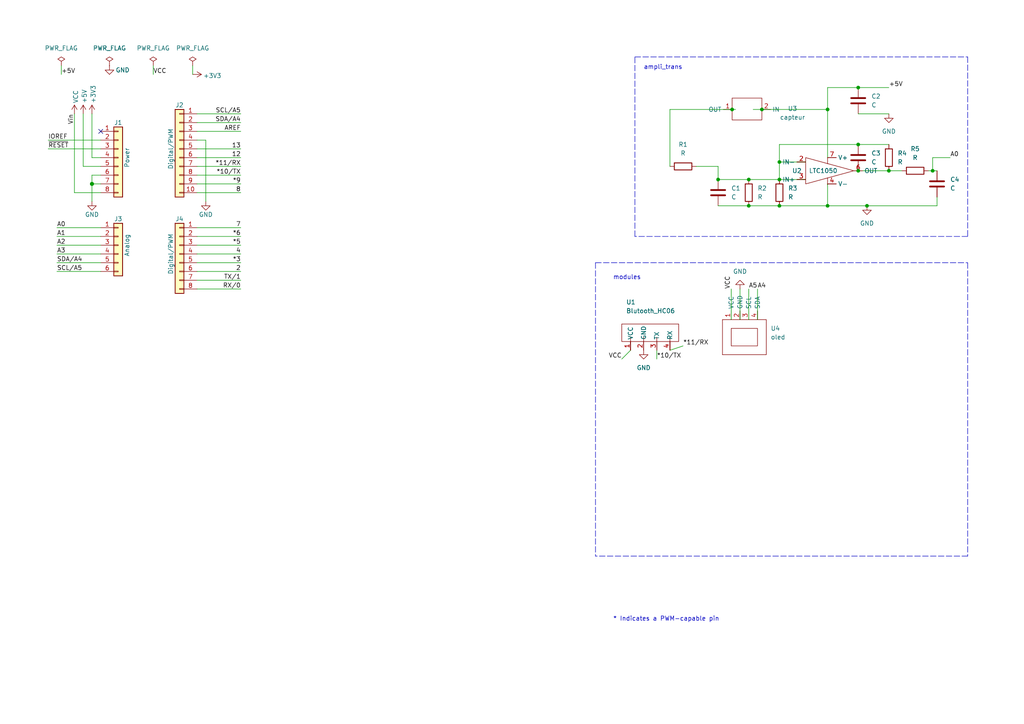
<source format=kicad_sch>
(kicad_sch (version 20211123) (generator eeschema)
  (paper "A4")
  (title_block (date "mar. 31 mars 2015"))
  (lib_symbols
    (symbol "Connector_Generic:Conn_01x06" (pin_names (offset 1.016) hide)
      (property "Reference" "J" (at 0 7.62 0))
      (property "Value" "Conn_01x06" (at 0 -10.16 0))
      (symbol "Conn_01x06_1_1"
        (rectangle (start -1.27 -7.493) (end 0 -7.747) (stroke (width 0.1524)))
        (rectangle (start -1.27 -4.953) (end 0 -5.207) (stroke (width 0.1524)))
        (rectangle (start -1.27 -2.413) (end 0 -2.667) (stroke (width 0.1524)))
        (rectangle (start -1.27 0.127) (end 0 -0.127) (stroke (width 0.1524)))
        (rectangle (start -1.27 2.667) (end 0 2.413) (stroke (width 0.1524)))
        (rectangle (start -1.27 5.207) (end 0 4.953) (stroke (width 0.1524)))
        (rectangle (start -1.27 6.35) (end 1.27 -8.89) (stroke (width 0.254)) (fill (type background)))
        (pin passive line (at -5.08 5.08 0) (length 3.81) (name "Pin_1") (number "1"))
        (pin passive line (at -5.08 2.54 0) (length 3.81) (name "Pin_2") (number "2"))
        (pin passive line (at -5.08 0 0) (length 3.81) (name "Pin_3") (number "3"))
        (pin passive line (at -5.08 -2.54 0) (length 3.81) (name "Pin_4") (number "4"))
        (pin passive line (at -5.08 -5.08 0) (length 3.81) (name "Pin_5") (number "5"))
        (pin passive line (at -5.08 -7.62 0) (length 3.81) (name "Pin_6") (number "6"))
      )
    )
    (symbol "Connector_Generic:Conn_01x08" (pin_names (offset 1.016) hide)
      (property "Reference" "J" (at 0 10.16 0))
      (property "Value" "Conn_01x08" (at 0 -12.7 0))
      (symbol "Conn_01x08_1_1"
        (rectangle (start -1.27 -10.033) (end 0 -10.287) (stroke (width 0.1524)))
        (rectangle (start -1.27 -7.493) (end 0 -7.747) (stroke (width 0.1524)))
        (rectangle (start -1.27 -4.953) (end 0 -5.207) (stroke (width 0.1524)))
        (rectangle (start -1.27 -2.413) (end 0 -2.667) (stroke (width 0.1524)))
        (rectangle (start -1.27 0.127) (end 0 -0.127) (stroke (width 0.1524)))
        (rectangle (start -1.27 2.667) (end 0 2.413) (stroke (width 0.1524)))
        (rectangle (start -1.27 5.207) (end 0 4.953) (stroke (width 0.1524)))
        (rectangle (start -1.27 7.747) (end 0 7.493) (stroke (width 0.1524)))
        (rectangle (start -1.27 8.89) (end 1.27 -11.43) (stroke (width 0.254)) (fill (type background)))
        (pin passive line (at -5.08 7.62 0) (length 3.81) (name "Pin_1") (number "1"))
        (pin passive line (at -5.08 5.08 0) (length 3.81) (name "Pin_2") (number "2"))
        (pin passive line (at -5.08 2.54 0) (length 3.81) (name "Pin_3") (number "3"))
        (pin passive line (at -5.08 0 0) (length 3.81) (name "Pin_4") (number "4"))
        (pin passive line (at -5.08 -2.54 0) (length 3.81) (name "Pin_5") (number "5"))
        (pin passive line (at -5.08 -5.08 0) (length 3.81) (name "Pin_6") (number "6"))
        (pin passive line (at -5.08 -7.62 0) (length 3.81) (name "Pin_7") (number "7"))
        (pin passive line (at -5.08 -10.16 0) (length 3.81) (name "Pin_8") (number "8"))
      )
    )
    (symbol "Connector_Generic:Conn_01x10" (pin_names (offset 1.016) hide)
      (property "Reference" "J" (at 0 12.7 0))
      (property "Value" "Conn_01x10" (at 0 -15.24 0))
      (symbol "Conn_01x10_1_1"
        (rectangle (start -1.27 -12.573) (end 0 -12.827) (stroke (width 0.1524)))
        (rectangle (start -1.27 -10.033) (end 0 -10.287) (stroke (width 0.1524)))
        (rectangle (start -1.27 -7.493) (end 0 -7.747) (stroke (width 0.1524)))
        (rectangle (start -1.27 -4.953) (end 0 -5.207) (stroke (width 0.1524)))
        (rectangle (start -1.27 -2.413) (end 0 -2.667) (stroke (width 0.1524)))
        (rectangle (start -1.27 0.127) (end 0 -0.127) (stroke (width 0.1524)))
        (rectangle (start -1.27 2.667) (end 0 2.413) (stroke (width 0.1524)))
        (rectangle (start -1.27 5.207) (end 0 4.953) (stroke (width 0.1524)))
        (rectangle (start -1.27 7.747) (end 0 7.493) (stroke (width 0.1524)))
        (rectangle (start -1.27 10.287) (end 0 10.033) (stroke (width 0.1524)))
        (rectangle (start -1.27 11.43) (end 1.27 -13.97) (stroke (width 0.254)) (fill (type background)))
        (pin passive line (at -5.08 10.16 0) (length 3.81) (name "Pin_1") (number "1"))
        (pin passive line (at -5.08 -12.7 0) (length 3.81) (name "Pin_10") (number "10"))
        (pin passive line (at -5.08 7.62 0) (length 3.81) (name "Pin_2") (number "2"))
        (pin passive line (at -5.08 5.08 0) (length 3.81) (name "Pin_3") (number "3"))
        (pin passive line (at -5.08 2.54 0) (length 3.81) (name "Pin_4") (number "4"))
        (pin passive line (at -5.08 0 0) (length 3.81) (name "Pin_5") (number "5"))
        (pin passive line (at -5.08 -2.54 0) (length 3.81) (name "Pin_6") (number "6"))
        (pin passive line (at -5.08 -5.08 0) (length 3.81) (name "Pin_7") (number "7"))
        (pin passive line (at -5.08 -7.62 0) (length 3.81) (name "Pin_8") (number "8"))
        (pin passive line (at -5.08 -10.16 0) (length 3.81) (name "Pin_9") (number "9"))
      )
    )
    (symbol "Device:C" (pin_numbers hide) (pin_names (offset 0.254))
      (property "Reference" "C" (at 0.635 2.54 0))
      (property "Value" "C" (at 0.635 -2.54 0))
      (symbol "C_0_1"
        (polyline (pts (xy -2.032 -0.762) (xy 2.032 -0.762)) (stroke (width 0.508)))
        (polyline (pts (xy -2.032 0.762) (xy 2.032 0.762)) (stroke (width 0.508)))
      )
      (symbol "C_1_1"
        (pin passive line (at 0 3.81 270) (length 2.794) (name "~") (number "1"))
        (pin passive line (at 0 -3.81 90) (length 2.794) (name "~") (number "2"))
      )
    )
    (symbol "Device:R" (pin_numbers hide) (pin_names (offset 0))
      (property "Reference" "R" (at 2.032 0 90))
      (property "Value" "R" (at 0 0 90))
      (symbol "R_0_1"
        (rectangle (start -1.016 -2.54) (end 1.016 2.54) (stroke (width 0.254)))
      )
      (symbol "R_1_1"
        (pin passive line (at 0 3.81 270) (length 1.27) (name "~") (number "1"))
        (pin passive line (at 0 -3.81 90) (length 1.27) (name "~") (number "2"))
      )
    )
    (symbol "GND_1" (power) (pin_names (offset 0))
      (property "Value" "GND_1" (at 0 -3.81 0))
      (symbol "GND_1_0_1"
        (polyline (pts (xy 0 0) (xy 0 -1.27) (xy 1.27 -1.27) (xy 0 -2.54) (xy -1.27 -1.27) (xy 0 -1.27)))
      )
      (symbol "GND_1_1_1"
        (pin power_in line (at 0 0 270) (length 0) hide (name "GND") (number "1"))
      )
    )
    (symbol "GND_2" (power) (pin_names (offset 0))
      (property "Value" "GND_2" (at 0 -3.81 0))
      (symbol "GND_2_0_1"
        (polyline (pts (xy 0 0) (xy 0 -1.27) (xy 1.27 -1.27) (xy 0 -2.54) (xy -1.27 -1.27) (xy 0 -1.27)))
      )
      (symbol "GND_2_1_1"
        (pin power_in line (at 0 0 270) (length 0) hide (name "GND") (number "1"))
      )
    )
    (symbol "New_symbols:Blutooth_HC06"
      (property "Reference" "U" (at 0 0 0))
      (property "Value" "Blutooth_HC06" (at 1.016 -2.794 0))
      (symbol "Blutooth_HC06_0_0"
        (text "" (at -0.762 14.986 0) (effects (font (size 1.27 1.27))))
        (text "" (at 21.59 -19.05 0) (effects (font (size 1.27 1.27))))
      )
      (symbol "Blutooth_HC06_0_1"
        (polyline (pts (xy 13.97 -12.7) (xy 13.97 -8.89) (xy 13.97 -12.7) (xy 13.97 -8.89)))
        (polyline (pts (xy 17.78 -12.7) (xy 17.78 -8.89) (xy 17.78 -12.7) (xy 17.78 -8.89)))
        (polyline (pts (xy 21.59 -12.7) (xy 21.59 -8.89) (xy 21.59 -12.7) (xy 21.59 -8.89)))
        (polyline (pts (xy 25.4 -12.7) (xy 25.4 -8.89) (xy 25.4 -12.7) (xy 25.4 -8.89)))
        (rectangle (start 11.43 -5.08) (end 27.94 -10.16))
      )
      (symbol "Blutooth_HC06_1_1"
        (pin bidirectional line (at 13.97 -12.7 90) (length 2.54) (name "VCC") (number "1"))
        (pin bidirectional line (at 17.78 -12.7 90) (length 2.54) (name "GND") (number "2"))
        (pin bidirectional line (at 21.59 -12.7 90) (length 2.54) (name "TX") (number "3"))
        (pin bidirectional line (at 25.4 -12.7 90) (length 2.54) (name "RX") (number "4"))
      )
    )
    (symbol "New_symbols:LTC1050"
      (property "Reference" "U" (at 10.16 5.08 0))
      (property "Value" "LTC1050" (at -1.27 0 0))
      (symbol "LTC1050_0_1"
        (polyline (pts (xy 0 -4.064) (xy 0 -2.032)))
        (polyline (pts (xy 0 3.81) (xy 0 2.032) (xy 0.254 2.032)))
        (polyline (pts (xy -6.35 0) (xy -6.35 3.81) (xy 7.62 0) (xy -6.35 -3.81) (xy -6.35 0)))
      )
      (symbol "LTC1050_1_1"
        (pin input line (at -6.35 2.54 180) (length 2.54) (name "IN-") (number "2"))
        (pin input line (at -6.35 -2.54 180) (length 2.54) (name "IN+") (number "3"))
        (pin input line (at 0 -3.81 0) (length 2.54) (name "V-") (number "4"))
        (pin output line (at 7.62 0 0) (length 2.54) (name "OUT") (number "6"))
        (pin input line (at 0 3.81 0) (length 2.54) (name "V+") (number "7"))
      )
    )
    (symbol "New_symbols:capteur"
      (property "Reference" "U" (at 0 0 0))
      (property "Value" "capteur" (at 0 0 0))
      (symbol "capteur_0_1"
        (rectangle (start 7.874 -2.032) (end 16.51 -8.382))
      )
      (symbol "capteur_1_1"
        (pin bidirectional line (at 7.874 -5.334 180) (length 2.54) (name "OUT") (number "1"))
        (pin bidirectional line (at 16.51 -5.334 0) (length 2.54) (name "IN") (number "2"))
      )
    )
    (symbol "New_symbols:oled"
      (property "Reference" "U" (at 0 0 0))
      (property "Value" "oled" (at 0 0 0))
      (symbol "oled_0_1"
        (rectangle (start 10.16 -15.24) (end 10.16 -5.08))
        (rectangle (start 10.16 -15.24) (end 22.86 -15.24))
        (rectangle (start 12.7 -7.62) (end 20.32 -12.7))
        (rectangle (start 22.86 -5.08) (end 10.16 -5.08))
        (rectangle (start 22.86 -5.08) (end 22.86 -15.24))
      )
      (symbol "oled_1_1"
        (pin bidirectional line (at 12.7 -5.08 90) (length 2.54) (name "VCC") (number "1"))
        (pin bidirectional line (at 15.24 -5.08 90) (length 2.54) (name "GND") (number "2"))
        (pin bidirectional line (at 17.78 -5.08 90) (length 2.54) (name "SCL") (number "3"))
        (pin bidirectional line (at 20.32 -5.08 90) (length 2.54) (name "SDA") (number "4"))
      )
    )
    (symbol "power:+3V3" (power) (pin_names (offset 0))
      (property "Value" "+3V3" (at 0 3.556 0))
      (symbol "+3V3_0_1"
        (polyline (pts (xy -0.762 1.27) (xy 0 2.54)))
        (polyline (pts (xy 0 0) (xy 0 2.54)))
        (polyline (pts (xy 0 2.54) (xy 0.762 1.27)))
      )
      (symbol "+3V3_1_1"
        (pin power_in line (at 0 0 90) (length 0) hide (name "+3V3") (number "1"))
      )
    )
    (symbol "power:+5V" (power) (pin_names (offset 0))
      (property "Value" "+5V" (at 0 3.556 0))
      (symbol "+5V_0_1"
        (polyline (pts (xy -0.762 1.27) (xy 0 2.54)))
        (polyline (pts (xy 0 0) (xy 0 2.54)))
        (polyline (pts (xy 0 2.54) (xy 0.762 1.27)))
      )
      (symbol "+5V_1_1"
        (pin power_in line (at 0 0 90) (length 0) hide (name "+5V") (number "1"))
      )
    )
    (symbol "power:GND" (power) (pin_names (offset 0))
      (property "Value" "GND" (at 0 -3.81 0))
      (symbol "GND_0_1"
        (polyline (pts (xy 0 0) (xy 0 -1.27) (xy 1.27 -1.27) (xy 0 -2.54) (xy -1.27 -1.27) (xy 0 -1.27)))
      )
      (symbol "GND_1_1"
        (pin power_in line (at 0 0 270) (length 0) hide (name "GND") (number "1"))
      )
    )
    (symbol "power:PWR_FLAG" (power) (pin_numbers hide) (pin_names (offset 0) hide)
      (property "Value" "PWR_FLAG" (at 0 3.81 0))
      (symbol "PWR_FLAG_0_0"
        (pin power_out line (at 0 0 90) (length 0) (name "pwr") (number "1"))
      )
      (symbol "PWR_FLAG_0_1"
        (polyline (pts (xy 0 0) (xy 0 1.27) (xy -1.016 1.905) (xy 0 2.54) (xy 1.016 1.905) (xy 0 1.27)))
      )
    )
    (symbol "power:VCC" (power) (pin_names (offset 0))
      (property "Value" "VCC" (at 0 3.81 0))
      (symbol "VCC_0_1"
        (polyline (pts (xy -0.762 1.27) (xy 0 2.54)))
        (polyline (pts (xy 0 0) (xy 0 2.54)))
        (polyline (pts (xy 0 2.54) (xy 0.762 1.27)))
      )
      (symbol "VCC_1_1"
        (pin power_in line (at 0 0 90) (length 0) hide (name "VCC") (number "1"))
      )
    )
  )
  (junction (at 226.06 59.69))
  (junction (at 208.28 52.07))
  (junction (at 212.344 31.75))
  (junction (at 226.06 52.07))
  (junction (at 257.81 49.53))
  (junction (at 26.67 53.34) (diameter 1.016))
  (junction (at 240.03 59.69))
  (junction (at 251.46 59.69))
  (junction (at 248.92 41.91))
  (junction (at 240.03 31.75))
  (junction (at 270.51 49.53))
  (junction (at 226.06 46.99))
  (junction (at 217.17 52.07))
  (junction (at 248.92 25.4))
  (junction (at 220.98 31.75))
  (junction (at 248.92 49.53))
  (junction (at 217.17 59.69))
  (no_connect (at 29.21 38.1))
  (wire (pts (xy 198.12 100.33) (xy 194.31 101.6)))
  (wire (pts (xy 271.78 59.69) (xy 271.78 57.15)))
  (polyline (pts (xy 280.67 76.2) (xy 280.67 161.29)))
  (wire (pts (xy 57.15 83.82) (xy 69.85 83.82)))
  (wire (pts (xy 240.03 59.69) (xy 251.46 59.69)))
  (wire (pts (xy 57.15 50.8) (xy 69.85 50.8)))
  (wire (pts (xy 226.06 41.91) (xy 226.06 46.99)))
  (wire (pts (xy 248.92 41.91) (xy 226.06 41.91)))
  (wire (pts (xy 57.15 33.02) (xy 69.85 33.02)))
  (wire (pts (xy 26.67 50.8) (xy 26.67 53.34)))
  (wire (pts (xy 16.51 78.74) (xy 29.21 78.74)))
  (wire (pts (xy 208.28 52.07) (xy 217.17 52.07)))
  (wire (pts (xy 257.81 49.53) (xy 261.62 49.53)))
  (wire (pts (xy 219.71 83.82) (xy 219.71 92.71)))
  (wire (pts (xy 201.93 48.26) (xy 208.28 48.26)))
  (wire (pts (xy 26.67 53.34) (xy 26.67 58.42)))
  (wire (pts (xy 26.67 45.72) (xy 29.21 45.72)))
  (wire (pts (xy 24.13 48.26) (xy 29.21 48.26)))
  (wire (pts (xy 248.92 49.53) (xy 257.81 49.53)))
  (wire (pts (xy 24.13 33.02) (xy 24.13 48.26)))
  (wire (pts (xy 57.15 43.18) (xy 69.85 43.18)))
  (wire (pts (xy 26.67 33.02) (xy 26.67 45.72)))
  (wire (pts (xy 57.15 66.04) (xy 69.85 66.04)))
  (wire (pts (xy 226.06 59.69) (xy 240.03 59.69)))
  (wire (pts (xy 29.21 66.04) (xy 16.51 66.04)))
  (wire (pts (xy 57.15 45.72) (xy 69.85 45.72)))
  (wire (pts (xy 57.15 68.58) (xy 69.85 68.58)))
  (wire (pts (xy 180.34 104.14) (xy 182.88 101.6)))
  (wire (pts (xy 240.03 25.4) (xy 248.92 25.4)))
  (polyline (pts (xy 172.72 76.2) (xy 280.67 76.2)))
  (wire (pts (xy 217.17 52.07) (xy 226.06 52.07)))
  (wire (pts (xy 251.46 59.69) (xy 271.78 59.69)))
  (wire (pts (xy 57.15 53.34) (xy 69.85 53.34)))
  (wire (pts (xy 212.344 31.75) (xy 213.36 31.75)))
  (wire (pts (xy 57.15 73.66) (xy 69.85 73.66)))
  (wire (pts (xy 269.24 49.53) (xy 270.51 49.53)))
  (wire (pts (xy 275.59 45.72) (xy 270.51 45.72)))
  (wire (pts (xy 248.92 33.02) (xy 257.81 33.02)))
  (wire (pts (xy 13.97 40.64) (xy 29.21 40.64)))
  (wire (pts (xy 248.92 41.91) (xy 257.81 41.91)))
  (wire (pts (xy 17.78 19.05) (xy 17.78 21.59)))
  (wire (pts (xy 226.06 46.99) (xy 233.68 46.99)))
  (wire (pts (xy 212.09 83.82) (xy 212.09 92.71)))
  (polyline (pts (xy 280.67 16.51) (xy 280.67 68.58)))
  (wire (pts (xy 217.17 83.82) (xy 217.17 92.71)))
  (wire (pts (xy 59.69 40.64) (xy 59.69 58.42)))
  (wire (pts (xy 240.03 25.4) (xy 240.03 31.75)))
  (wire (pts (xy 57.15 38.1) (xy 69.85 38.1)))
  (wire (pts (xy 29.21 71.12) (xy 16.51 71.12)))
  (wire (pts (xy 13.97 43.18) (xy 29.21 43.18)))
  (polyline (pts (xy 172.72 76.2) (xy 172.72 161.29)))
  (wire (pts (xy 29.21 53.34) (xy 26.67 53.34)))
  (wire (pts (xy 190.5 104.14) (xy 190.5 101.6)))
  (polyline (pts (xy 184.15 68.58) (xy 184.15 16.51)))
  (wire (pts (xy 29.21 55.88) (xy 21.59 55.88)))
  (wire (pts (xy 16.51 68.58) (xy 29.21 68.58)))
  (wire (pts (xy 226.06 52.07) (xy 233.68 52.07)))
  (wire (pts (xy 240.03 31.75) (xy 240.03 45.72)))
  (wire (pts (xy 194.31 31.75) (xy 212.344 31.75)))
  (polyline (pts (xy 280.67 68.58) (xy 184.15 68.58)))
  (wire (pts (xy 208.28 48.26) (xy 208.28 52.07)))
  (wire (pts (xy 194.31 31.75) (xy 194.31 48.26)))
  (wire (pts (xy 57.15 40.64) (xy 59.69 40.64)))
  (wire (pts (xy 226.06 46.99) (xy 226.06 52.07)))
  (wire (pts (xy 247.65 49.53) (xy 248.92 49.53)))
  (wire (pts (xy 29.21 50.8) (xy 26.67 50.8)))
  (wire (pts (xy 57.15 48.26) (xy 69.85 48.26)))
  (wire (pts (xy 208.28 59.69) (xy 217.17 59.69)))
  (wire (pts (xy 57.15 71.12) (xy 69.85 71.12)))
  (wire (pts (xy 270.51 45.72) (xy 270.51 49.53)))
  (wire (pts (xy 16.51 73.66) (xy 29.21 73.66)))
  (polyline (pts (xy 280.67 161.29) (xy 172.72 161.29)))
  (wire (pts (xy 55.88 19.05) (xy 55.88 21.59)))
  (wire (pts (xy 214.63 83.82) (xy 214.63 92.71)))
  (wire (pts (xy 270.51 49.53) (xy 271.78 49.53)))
  (wire (pts (xy 218.44 31.75) (xy 220.98 31.75)))
  (wire (pts (xy 57.15 35.56) (xy 69.85 35.56)))
  (wire (pts (xy 217.17 59.69) (xy 226.06 59.69)))
  (wire (pts (xy 57.15 78.74) (xy 69.85 78.74)))
  (wire (pts (xy 57.15 76.2) (xy 69.85 76.2)))
  (wire (pts (xy 220.98 31.75) (xy 240.03 31.75)))
  (polyline (pts (xy 184.15 16.51) (xy 280.67 16.51)))
  (wire (pts (xy 248.92 25.4) (xy 257.81 25.4)))
  (wire (pts (xy 57.15 81.28) (xy 69.85 81.28)))
  (wire (pts (xy 21.59 55.88) (xy 21.59 33.02)))
  (wire (pts (xy 240.03 53.34) (xy 240.03 59.69)))
  (wire (pts (xy 29.21 76.2) (xy 16.51 76.2)))
  (wire (pts (xy 57.15 55.88) (xy 69.85 55.88)))
  (wire (pts (xy 44.45 19.05) (xy 44.45 21.59)))
  (text "ampli_trans" (at 186.69 20.32 0) (effects (font (size 1.27 1.27)) (justify left bottom)))
  (text "modules\n" (at 177.8 81.28 0) (effects (font (size 1.27 1.27)) (justify left bottom)))
  (text "* Indicates a PWM-capable pin" (at 177.8 180.34 0) (effects (font (size 1.27 1.27)) (justify left bottom)))
  (label "RX{slash}0" (at 69.85 83.82 180))
  (label "A2" (at 16.51 71.12 0))
  (label "A5" (at 217.17 83.82 0))
  (label "VCC" (at 44.45 21.59 0))
  (label "4" (at 69.85 73.66 180))
  (label "A0" (at 275.59 45.72 0))
  (label "2" (at 69.85 78.74 180))
  (label "A3" (at 16.51 73.66 0))
  (label "13" (at 69.85 43.18 180))
  (label "12" (at 69.85 45.72 180))
  (label "~{RESET}" (at 13.97 43.18 0))
  (label "*10{slash}TX" (at 69.85 50.8 180))
  (label "+5V" (at 257.81 25.4 0))
  (label "VCC" (at 180.34 104.14 180))
  (label "7" (at 69.85 66.04 180))
  (label "SDA{slash}A4" (at 69.85 35.56 180))
  (label "8" (at 69.85 55.88 180))
  (label "*11{slash}RX" (at 198.12 100.33 0))
  (label "*11{slash}RX" (at 69.85 48.26 180))
  (label "*3" (at 69.85 76.2 180))
  (label "+5V" (at 17.78 21.59 0))
  (label "A1" (at 16.51 68.58 0))
  (label "TX{slash}1" (at 69.85 81.28 180))
  (label "A0" (at 16.51 66.04 0))
  (label "AREF" (at 69.85 38.1 180))
  (label "Vin" (at 21.59 33.02 270))
  (label "A4" (at 219.71 83.82 0))
  (label "*6" (at 69.85 68.58 180))
  (label "SCL{slash}A5" (at 69.85 33.02 180))
  (label "*9" (at 69.85 53.34 180))
  (label "*5" (at 69.85 71.12 180))
  (label "IOREF" (at 13.97 40.64 0))
  (label "VCC" (at 212.09 83.82 90))
  (label "*10{slash}TX" (at 190.5 104.14 0))
  (label "SDA{slash}A4" (at 16.51 76.2 0))
  (label "SCL{slash}A5" (at 16.51 78.74 0))
  (symbol (lib_id "Connector_Generic:Conn_01x08") (at 34.29 45.72 0) (unit 1)
    (property "Reference" "J1" (at 34.29 35.56 0))
    (property "Value" "Power" (at 36.83 45.72 90))
    (property "Footprint" "Connector_PinSocket_2.54mm:PinSocket_1x08_P2.54mm_Vertical" (effects hide))
  )
  (symbol (lib_id "power:+3V3") (at 26.67 33.02 0) (unit 1)
    (property "Reference" "#PWR03" (effects hide))
    (property "Value" "+3.3V" (at 27.051 29.972 90) (effects (justify left)))
  )
  (symbol (lib_id "power:+5V") (at 24.13 33.02 0) (unit 1)
    (property "Reference" "#PWR02" (effects hide))
    (property "Value" "+5V" (at 24.4856 29.972 90) (effects (justify left)))
  )
  (symbol (lib_id "power:GND") (at 26.67 58.42 0) (unit 1)
    (property "Reference" "#PWR04" (effects hide))
    (property "Value" "GND" (at 26.67 62.23 0))
  )
  (symbol (lib_id "Connector_Generic:Conn_01x10") (at 52.07 43.18 0) (mirror y) (unit 1)
    (property "Reference" "J2" (at 52.07 30.48 0))
    (property "Value" "Digital/PWM" (at 49.53 43.18 90))
    (property "Footprint" "Connector_PinSocket_2.54mm:PinSocket_1x10_P2.54mm_Vertical" (effects hide))
  )
  (symbol (lib_id "power:GND") (at 59.69 58.42 0) (unit 1)
    (property "Reference" "#PWR05" (effects hide))
    (property "Value" "GND" (at 59.69 62.23 0))
  )
  (symbol (lib_id "Connector_Generic:Conn_01x06") (at 34.29 71.12 0) (unit 1)
    (property "Reference" "J3" (at 34.29 63.5 0))
    (property "Value" "Analog" (at 36.83 71.12 90))
    (property "Footprint" "Connector_PinSocket_2.54mm:PinSocket_1x06_P2.54mm_Vertical" (effects hide))
  )
  (symbol (lib_id "Connector_Generic:Conn_01x08") (at 52.07 73.66 0) (mirror y) (unit 1)
    (property "Reference" "J4" (at 52.07 63.5 0))
    (property "Value" "Digital/PWM" (at 49.53 73.66 90))
    (property "Footprint" "Connector_PinSocket_2.54mm:PinSocket_1x08_P2.54mm_Vertical" (effects hide))
  )
  (symbol (lib_id "New_symbols:LTC1050") (at 240.03 49.53 0) (unit 1)
    (property "Reference" "U2" (at 231.14 49.53 0))
    (property "Value" "LTC1050" (at 238.76 49.53 0))
    (property "Footprint" "Package_DIP:DIP-8_W7.62mm" (effects hide))
  )
  (symbol (lib_id "Device:C") (at 248.92 45.72 0) (unit 1)
    (property "Reference" "C3" (at 252.73 44.4499 0) (effects (justify left)))
    (property "Value" "C" (at 252.73 46.9899 0) (effects (justify left)))
    (property "Footprint" "Capacitor_THT:C_Rect_L7.0mm_W4.5mm_P5.00mm" (effects hide))
  )
  (symbol (lib_id "Device:R") (at 265.43 49.53 270) (unit 1)
    (property "Reference" "R5" (at 265.43 43.18 90))
    (property "Value" "R" (at 265.43 45.72 90))
    (property "Footprint" "Resistor_THT:R_Axial_DIN0204_L3.6mm_D1.6mm_P1.90mm_Vertical" (effects hide))
  )
  (symbol (lib_id "power:PWR_FLAG") (at 17.78 19.05 0) (unit 1)
    (property "Reference" "#FLG0102" (effects hide))
    (property "Value" "PWR_FLAG" (at 17.78 13.97 0))
  )
  (symbol (lib_name "GND_2") (lib_id "power:GND") (at 214.63 83.82 180) (unit 1)
    (property "Reference" "#PWR0106" (effects hide))
    (property "Value" "GND" (at 214.63 78.74 0))
  )
  (symbol (lib_id "New_symbols:Blutooth_HC06") (at 168.91 88.9 0) (unit 1)
    (property "Reference" "U1" (at 181.61 87.63 0) (effects (justify left)))
    (property "Value" "Blutooth_HC06" (at 181.61 90.17 0) (effects (justify left)))
    (property "Footprint" "New_footprints:Bluetooth" (effects hide))
  )
  (symbol (lib_id "power:PWR_FLAG") (at 31.75 19.05 0) (unit 1)
    (property "Reference" "#FLG0101" (effects hide))
    (property "Value" "PWR_FLAG" (at 31.75 13.97 0))
  )
  (symbol (lib_id "Device:C") (at 208.28 55.88 0) (unit 1)
    (property "Reference" "C1" (at 212.09 54.6099 0) (effects (justify left)))
    (property "Value" "C" (at 212.09 57.1499 0) (effects (justify left)))
    (property "Footprint" "Capacitor_THT:C_Disc_D3.0mm_W1.6mm_P2.50mm" (effects hide))
  )
  (symbol (lib_id "New_symbols:oled") (at 199.39 87.63 0) (unit 1)
    (property "Reference" "U4" (at 223.52 95.2499 0) (effects (justify left)))
    (property "Value" "oled" (at 223.52 97.7899 0) (effects (justify left)))
    (property "Footprint" "New_footprints:OLED" (effects hide))
  )
  (symbol (lib_id "power:VCC") (at 21.59 33.02 0) (unit 1)
    (property "Reference" "#PWR01" (effects hide))
    (property "Value" "VCC" (at 21.971 29.972 90) (effects (justify left)))
  )
  (symbol (lib_id "Device:R") (at 198.12 48.26 90) (unit 1)
    (property "Reference" "R1" (at 198.12 41.91 90))
    (property "Value" "R" (at 198.12 44.45 90))
    (property "Footprint" "Resistor_THT:R_Axial_DIN0204_L3.6mm_D1.6mm_P1.90mm_Vertical" (effects hide))
  )
  (symbol (lib_id "Device:R") (at 226.06 55.88 180) (unit 1)
    (property "Reference" "R3" (at 228.6 54.6099 0) (effects (justify right)))
    (property "Value" "R" (at 228.6 57.1499 0) (effects (justify right)))
    (property "Footprint" "Resistor_THT:R_Axial_DIN0204_L3.6mm_D1.6mm_P1.90mm_Vertical" (effects hide))
  )
  (symbol (lib_id "Device:C") (at 248.92 29.21 0) (unit 1)
    (property "Reference" "C2" (at 252.73 27.9399 0) (effects (justify left)))
    (property "Value" "C" (at 252.73 30.4799 0) (effects (justify left)))
    (property "Footprint" "Capacitor_THT:C_Disc_D3.0mm_W1.6mm_P2.50mm" (effects hide))
  )
  (symbol (lib_name "GND_1") (lib_id "power:GND") (at 251.46 59.69 0) (unit 1)
    (property "Reference" "#PWR0104" (effects hide))
    (property "Value" "GND" (at 251.46 64.77 0))
  )
  (symbol (lib_id "Device:R") (at 217.17 55.88 180) (unit 1)
    (property "Reference" "R2" (at 219.71 54.6099 0) (effects (justify right)))
    (property "Value" "R" (at 219.71 57.1499 0) (effects (justify right)))
    (property "Footprint" "Resistor_THT:R_Axial_DIN0204_L3.6mm_D1.6mm_P1.90mm_Vertical" (effects hide))
  )
  (symbol (lib_id "power:PWR_FLAG") (at 55.88 19.05 0) (unit 1)
    (property "Reference" "#FLG0104" (effects hide))
    (property "Value" "PWR_FLAG" (at 55.88 13.97 0))
  )
  (symbol (lib_id "Device:R") (at 257.81 45.72 180) (unit 1)
    (property "Reference" "R4" (at 260.35 44.4499 0) (effects (justify right)))
    (property "Value" "R" (at 260.35 46.9899 0) (effects (justify right)))
    (property "Footprint" "Resistor_THT:R_Axial_DIN0204_L3.6mm_D1.6mm_P1.90mm_Vertical" (effects hide))
  )
  (symbol (lib_name "GND_1") (lib_id "power:GND") (at 31.75 19.05 0) (unit 1)
    (property "Reference" "#PWR0101" (effects hide))
    (property "Value" "GND" (at 35.56 20.32 0))
  )
  (symbol (lib_name "GND_1") (lib_id "power:GND") (at 257.81 33.02 0) (unit 1)
    (property "Reference" "#PWR0103" (effects hide))
    (property "Value" "GND" (at 257.81 38.1 0))
  )
  (symbol (lib_id "Device:C") (at 271.78 53.34 0) (unit 1)
    (property "Reference" "C4" (at 275.59 52.0699 0) (effects (justify left)))
    (property "Value" "C" (at 275.59 54.6099 0) (effects (justify left)))
    (property "Footprint" "Capacitor_THT:C_Disc_D3.0mm_W1.6mm_P2.50mm" (effects hide))
  )
  (symbol (lib_id "New_symbols:capteur") (at 204.47 26.416 0) (unit 1)
    (property "Reference" "U3" (at 229.87 31.496 0))
    (property "Value" "capteur" (at 229.87 34.036 0))
    (property "Footprint" "New_footprints:capteur" (effects hide))
  )
  (symbol (lib_id "power:+3V3") (at 55.88 21.59 270) (unit 1)
    (property "Reference" "#PWR0105" (effects hide))
    (property "Value" "+3.3V" (at 58.928 21.971 90) (effects (justify left)))
  )
  (symbol (lib_id "power:PWR_FLAG") (at 44.45 19.05 0) (unit 1)
    (property "Reference" "#FLG0103" (effects hide))
    (property "Value" "PWR_FLAG" (at 44.45 13.97 0))
  )
  (symbol (lib_name "GND_1") (lib_id "power:GND") (at 186.69 101.6 0) (unit 1)
    (property "Reference" "#PWR0102" (effects hide))
    (property "Value" "GND" (at 186.69 106.68 0))
  )
)
</source>
